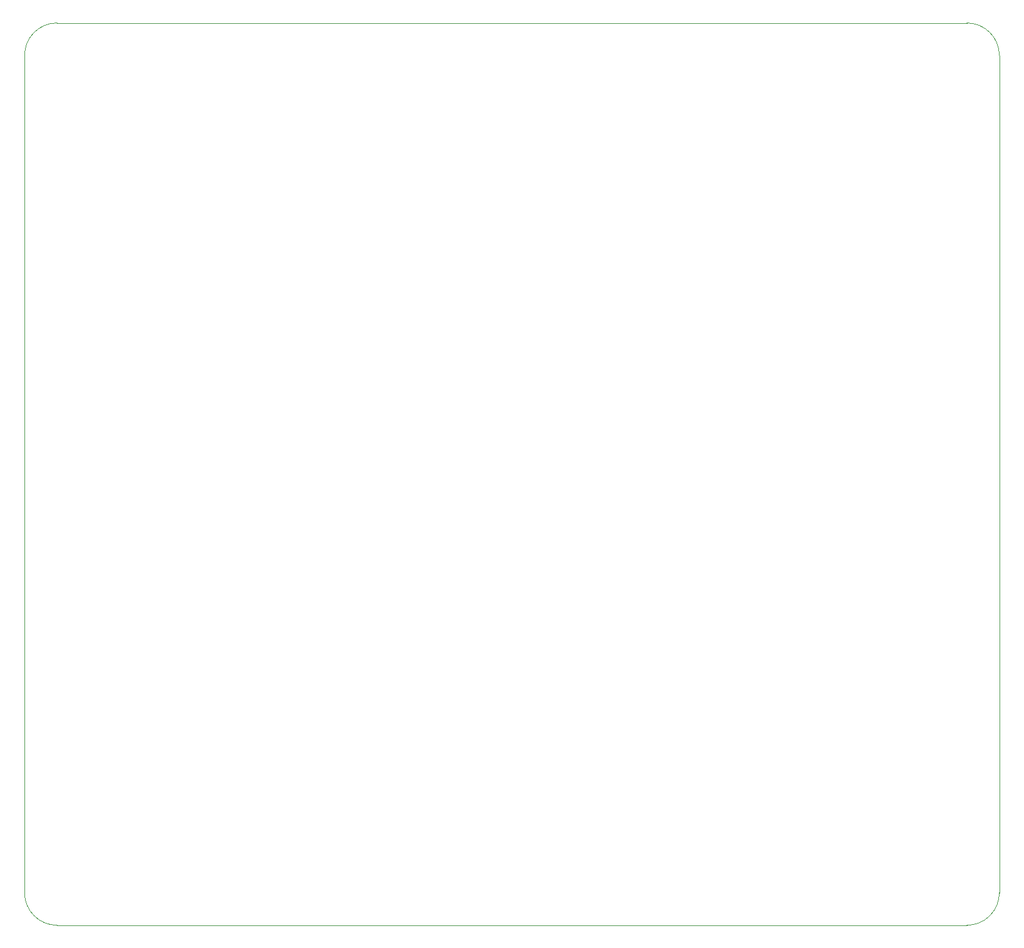
<source format=gm1>
G04 #@! TF.GenerationSoftware,KiCad,Pcbnew,8.0.5*
G04 #@! TF.CreationDate,2025-02-21T17:38:33-06:00*
G04 #@! TF.ProjectId,ArmorPlate,41726d6f-7250-46c6-9174-652e6b696361,rev?*
G04 #@! TF.SameCoordinates,Original*
G04 #@! TF.FileFunction,Profile,NP*
%FSLAX46Y46*%
G04 Gerber Fmt 4.6, Leading zero omitted, Abs format (unit mm)*
G04 Created by KiCad (PCBNEW 8.0.5) date 2025-02-21 17:38:33*
%MOMM*%
%LPD*%
G01*
G04 APERTURE LIST*
G04 #@! TA.AperFunction,Profile*
%ADD10C,0.050000*%
G04 #@! TD*
G04 APERTURE END LIST*
D10*
X217550000Y-150745000D02*
G75*
G02*
X213050000Y-155245000I-4500000J0D01*
G01*
X213050000Y-30175000D02*
G75*
G02*
X217550000Y-34675000I0J-4500000D01*
G01*
X217550000Y-34675000D02*
X217550000Y-150745000D01*
X82550000Y-150745000D02*
X82550000Y-34675000D01*
X82550000Y-34675000D02*
G75*
G02*
X87050000Y-30175000I4500000J0D01*
G01*
X213050000Y-155245000D02*
X87050000Y-155245000D01*
X87050000Y-30175000D02*
X213050000Y-30175000D01*
X87050000Y-155245000D02*
G75*
G02*
X82550000Y-150745000I0J4500000D01*
G01*
M02*

</source>
